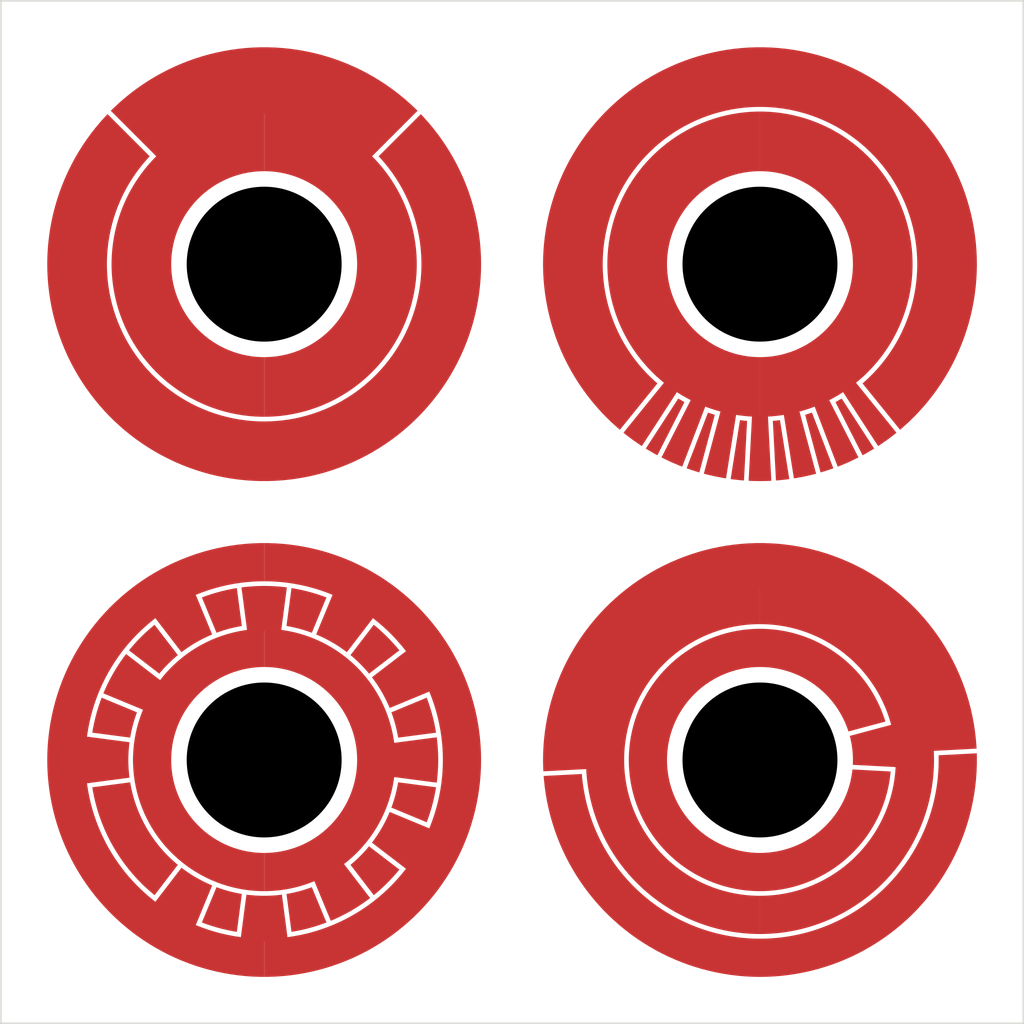
<source format=kicad_pcb>
(kicad_pcb (version 20240108) (generator "pcbnew") (generator_version "8.0")
  (layers (0 "F.Cu" signal) (31 "B.Cu" signal) (34 "B.Paste" user) (35 "F.Paste" user) (36 "B.SilkS" user "B.Silkscreen") (37 "F.SilkS" user "F.Silkscreen") (38 "B.Mask" user) (39 "F.Mask" user) (44 "Edge.Cuts" user))
  (net 0 "")
  (footprint "date clock encoders:day" (layer "F.Cu") (at 82.5 53.5)
    (property "Reference" "P4" (hide yes))
    (property "Value" "day")
    (fp_poly (pts (arc (start 2.995889 0.157008) (mid 2.983566 -0.313585) (end 2.897777 -0.776457)) (arc (start 4.306419 -1.153902) (mid 4.43391 -0.466023) (end 4.452223 0.233331))) (fill solid) (layer "F.Cu"))
    (fp_poly (pts (arc (start 0 -4.383333) (mid -4.383333 0) (end 0 4.383333)) (arc (start 0 5.616667) (mid -5.616667 0) (end 0 -5.616667))) (fill solid) (layer "F.Cu"))
    (fp_poly (pts (arc (start 0 4.383333) (mid 4.383333 0) (end 0 -4.383333)) (arc (start 0 -5.616667) (mid 5.616667 0) (end 0 5.616667))) (fill solid) (layer "F.Cu"))
    (fp_poly (pts (arc (start -5.748969 0.451446) (mid 0.301804 5.758764) (end 5.764664 -0.151958)) (arc (start 6.996651 -0.216508) (mid 0.366352 6.990407) (end -6.980954 0.516028))) (fill solid) (layer "F.Cu"))
    (fp_poly (pts (arc (start 5.534072 -0.290028) (mid -0.290028 -5.534072) (end -5.534072 0.290028)) (arc (start -6.990407 0.366352) (mid -0.366352 -6.990407) (end 6.990407 -0.366352))) (fill solid) (layer "F.Cu"))
    (fp_poly (pts (arc (start 2.855388 -0.920196) (mid -2.983566 0.313585) (end 2.98431 0.30642)) (arc (start 4.217035 0.371117) (mid -4.210143 0.442504) (end 4.047723 -1.239778))) (fill solid) (layer "F.Cu"))
    (pad "" np_thru_hole circle (at 0 0) (size 15 15) (drill 5) (layers "*.Mask"))
  )
  (footprint "date clock encoders:month" (layer "F.Cu") (at 66.5 53.5)
    (property "Reference" "P2" (hide yes))
    (property "Value" "month")
    (fp_poly (pts (arc (start -4.104672 -1.537947) (mid -4.233975 -1.13449) (end -4.323723 -0.720435)) (arc (start -5.547059 -0.881525) (mid -5.425283 -1.4537) (end -5.244656 -2.010107))) (fill solid) (layer "F.Cu"))
    (fp_poly (pts (arc (start -2.785777 -3.384237) (mid -3.099485 -3.099485) (end -3.384237 -2.785777)) (arc (start -4.363131 -3.536952) (mid -3.971583 -3.971583) (end -3.536952 -4.363131))) (fill solid) (layer "F.Cu"))
    (fp_poly (pts (arc (start -1.537947 4.104672) (mid -1.13449 4.233975) (end -0.720435 4.323723)) (arc (start -0.881525 5.547059) (mid -1.4537 5.425283) (end -2.010107 5.244656))) (fill solid) (layer "F.Cu"))
    (fp_poly (pts (arc (start -0.720435 -4.323723) (mid -1.13449 -4.233975) (end -1.537947 -4.104672)) (arc (start -2.010107 -5.244656) (mid -1.4537 -5.425283) (end -0.881525 -5.547059))) (fill solid) (layer "F.Cu"))
    (fp_poly (pts (arc (start 0.720435 4.323723) (mid 1.13449 4.233975) (end 1.537947 4.104672)) (arc (start 2.010107 5.244656) (mid 1.4537 5.425283) (end 0.881525 5.547059))) (fill solid) (layer "F.Cu"))
    (fp_poly (pts (arc (start 1.537947 -4.104672) (mid 1.13449 -4.233975) (end 0.720435 -4.323723)) (arc (start 0.881525 -5.547059) (mid 1.4537 -5.425283) (end 2.010107 -5.244656))) (fill solid) (layer "F.Cu"))
    (fp_poly (pts (arc (start 2.785777 3.384237) (mid 3.099485 3.099485) (end 3.384237 2.785777)) (arc (start 4.363131 3.536952) (mid 3.971583 3.971583) (end 3.536952 4.363131))) (fill solid) (layer "F.Cu"))
    (fp_poly (pts (arc (start 3.384237 -2.785777) (mid 3.099485 -3.099485) (end 2.785777 -3.384237)) (arc (start 3.536952 -4.363131) (mid 3.971583 -3.971583) (end 4.363131 -3.536952))) (fill solid) (layer "F.Cu"))
    (fp_poly (pts (arc (start 4.104672 1.537947) (mid 4.233975 1.13449) (end 4.323723 0.720435)) (arc (start 5.547059 0.881525) (mid 5.425283 1.4537) (end 5.244656 2.010107))) (fill solid) (layer "F.Cu"))
    (fp_poly (pts (arc (start 4.323723 -0.720435) (mid 4.233975 -1.13449) (end 4.104672 -1.537947)) (arc (start 5.244656 -2.010107) (mid 5.425283 -1.4537) (end 5.547059 -0.881525))) (fill solid) (layer "F.Cu"))
    (fp_poly (pts (arc (start -4.345833 -0.57214) (mid -4.383333 0) (end -4.345833 0.57214)) (arc (start -5.79169 0.762491) (mid -5.841667 0) (end -5.79169 -0.762491))) (fill solid) (layer "F.Cu"))
    (fp_poly (pts (arc (start -3.299028 -2.531433) (mid -3.601222 -2.079167) (end -3.841799 -1.591325)) (arc (start -5.189123 -2.149405) (mid -4.864176 -2.808333) (end -4.456001 -3.41921))) (fill solid) (layer "F.Cu"))
    (fp_poly (pts (arc (start -2.668404 3.477532) (mid -2.191667 3.796078) (end -1.677429 4.049672)) (arc (start -2.235509 5.396996) (mid -2.920833 5.059032) (end -3.556181 4.634506))) (fill solid) (layer "F.Cu"))
    (fp_poly (pts (arc (start -1.677429 -4.049672) (mid -2.191667 -3.796078) (end -2.668404 -3.477532)) (arc (start -3.556181 -4.634506) (mid -2.920833 -5.059032) (end -2.235509 -5.396996))) (fill solid) (layer "F.Cu"))
    (fp_poly (pts (arc (start -0.57214 4.345833) (mid 0 4.383333) (end 0.57214 4.345833)) (arc (start 0.762491 5.79169) (mid 0 5.841667) (end -0.762491 5.79169))) (fill solid) (layer "F.Cu"))
    (fp_poly (pts (arc (start 0.542771 -4.122758) (mid 0 -4.158333) (end -0.542771 -4.122758)) (arc (start -0.733122 -5.568615) (mid 0 -5.616667) (end 0.733122 -5.568615))) (fill solid) (layer "F.Cu"))
    (fp_poly (pts (arc (start 1.591325 3.841799) (mid 2.079167 3.601222) (end 2.531433 3.299028)) (arc (start 3.41921 4.456001) (mid 2.808333 4.864176) (end 2.149405 5.189123))) (fill solid) (layer "F.Cu"))
    (fp_poly (pts (arc (start 2.668404 -3.477532) (mid 2.191667 -3.796078) (end 1.677429 -4.049672)) (arc (start 2.235509 -5.396996) (mid 2.920833 -5.059032) (end 3.556181 -4.634506))) (fill solid) (layer "F.Cu"))
    (fp_poly (pts (arc (start 3.477532 2.668404) (mid 3.796078 2.191667) (end 4.049672 1.677429)) (arc (start 5.396996 2.235509) (mid 5.059032 2.920833) (end 4.634506 3.556181))) (fill solid) (layer "F.Cu"))
    (fp_poly (pts (arc (start 4.049672 -1.677429) (mid 3.796078 -2.191667) (end 3.477532 -2.668404)) (arc (start 4.634506 -3.556181) (mid 5.059032 -2.920833) (end 5.396996 -2.235509))) (fill solid) (layer "F.Cu"))
    (fp_poly (pts (arc (start 4.122758 0.542771) (mid 4.158333 0) (end 4.122758 -0.542771)) (arc (start 5.568615 -0.733122) (mid 5.616667 0) (end 5.568615 0.733122))) (fill solid) (layer "F.Cu"))
    (fp_poly (pts (arc (start -4.323723 0.720435) (mid -3.796078 2.191667) (end -2.785777 3.384237)) (arc (start -3.536952 4.363131) (mid -4.864176 2.808333) (end -5.547059 0.881525))) (fill solid) (layer "F.Cu"))
    (fp_poly (pts (arc (start 0 -3) (mid -3 0) (end 0 3)) (arc (start 0 4.233333) (mid -4.233333 0) (end 0 -4.233333))) (fill solid) (layer "F.Cu"))
    (fp_poly (pts (arc (start 0 3) (mid 3 0) (end 0 -3)) (arc (start 0 -4.233333) (mid 4.233333 0) (end 0 4.233333))) (fill solid) (layer "F.Cu"))
    (fp_poly (pts (arc (start 0 -5.766667) (mid -5.766667 0) (end 0 5.766667)) (arc (start 0 7) (mid -7 0) (end 0 -7))) (fill solid) (layer "F.Cu"))
    (fp_poly (pts (arc (start 0 5.766667) (mid 5.766667 0) (end 0 -5.766667)) (arc (start 0 -7) (mid 7 0) (end 0 7))) (fill solid) (layer "F.Cu"))
    (pad "" np_thru_hole circle (at 0 0) (size 15 15) (drill 5) (layers "*.Mask"))
  )
  (footprint "date clock encoders:year" (layer "F.Cu") (at 66.5 37.5)
    (property "Reference" "P1" (hide yes))
    (property "Value" "year")
    (fp_poly (pts (arc (start 3.429468 -3.429468) (mid 0 -4.85) (end -3.429468 -3.429468)) (arc (start -4.949747 -4.949747) (mid 0 -7) (end 4.949747 -4.949747))) (fill solid) (layer "F.Cu"))
    (fp_poly (pts (arc (start 0 -3) (mid -3 0) (end 0 3)) (arc (start 0 4.925) (mid -4.925 0) (end 0 -4.925))) (fill solid) (layer "F.Cu"))
    (fp_poly (pts (arc (start 0 3) (mid 3 0) (end 0 -3)) (arc (start 0 -4.925) (mid 4.925 0) (end 0 4.925))) (fill solid) (layer "F.Cu"))
    (fp_poly (pts (arc (start -3.69302 -3.480981) (mid 0 5.075) (end 3.69302 -3.480981)) (arc (start 5.054653 -4.84257) (mid 0 7) (end -5.054653 -4.84257))) (fill solid) (layer "F.Cu"))
    (pad "" np_thru_hole circle (at 0 0) (size 15 15) (drill 5) (layers "*.Mask"))
  )
  (footprint "date clock encoders:week" (layer "F.Cu") (at 82.5 37.5)
    (property "Reference" "P3" (hide yes))
    (property "Value" "week")
    (fp_poly (pts (xy -2.637091 4.336055) (xy -2.436589 4.451815) (arc (start -3.310824 6.167531) (mid -3.5 6.062178) (end -3.685827 5.951024))) (fill solid) (layer "F.Cu"))
    (fp_poly (pts (xy -1.677948 4.789584) (xy -1.457759 4.861128) (arc (start -1.956173 6.721115) (mid -2.163119 6.657396) (end -2.367995 6.587306))) (fill solid) (layer "F.Cu"))
    (fp_poly (pts (xy -0.64547 5.033785) (xy -0.415218 5.057986) (arc (start -0.516028 6.980954) (mid -0.731699 6.961653) (end -0.946671 6.935691))) (fill solid) (layer "F.Cu"))
    (fp_poly (pts (xy 0.415218 5.057986) (xy 0.64547 5.033785) (arc (start 0.946671 6.935691) (mid 0.731699 6.961653) (end 0.516028 6.980954))) (fill solid) (layer "F.Cu"))
    (fp_poly (pts (xy 1.457759 4.861128) (xy 1.677948 4.789584) (arc (start 2.367995 6.587306) (mid 2.163119 6.657396) (end 1.956173 6.721115))) (fill solid) (layer "F.Cu"))
    (fp_poly (pts (xy 2.436589 4.451815) (xy 2.637091 4.336055) (arc (start 3.685827 5.951024) (mid 3.5 6.062178) (end 3.310824 6.167531))) (fill solid) (layer "F.Cu"))
    (fp_poly (pts (arc (start -3.052204 3.769158) (mid -2.850758 3.923732) (end -2.641499 4.067552)) (arc (start -3.812473 5.870694) (mid -4.114497 5.663119) (end -4.405243 5.440022))) (fill solid) (layer "F.Cu"))
    (fp_poly (pts (arc (start -2.201854 4.321382) (mid -1.972673 4.430695) (end -1.738085 4.527865)) (arc (start -2.508576 6.535063) (mid -2.847157 6.394818) (end -3.177933 6.237046))) (fill solid) (layer "F.Cu"))
    (fp_poly (pts (arc (start -1.255272 4.68474) (mid -1.008372 4.744016) (end -0.758707 4.790288)) (arc (start -1.095041 6.913818) (mid -1.455382 6.847033) (end -1.811733 6.761481))) (fill solid) (layer "F.Cu"))
    (fp_poly (pts (arc (start -0.253829 4.843353) (mid 0 4.85) (end 0.253829 4.843353)) (arc (start 0.366352 6.990407) (mid 0 7) (end -0.366352 6.990407))) (fill solid) (layer "F.Cu"))
    (fp_poly (pts (arc (start 0.758707 4.790288) (mid 1.008372 4.744016) (end 1.255272 4.68474)) (arc (start 1.811733 6.761481) (mid 1.455382 6.847033) (end 1.095041 6.913818))) (fill solid) (layer "F.Cu"))
    (fp_poly (pts (arc (start 1.738085 4.527865) (mid 1.972673 4.430695) (end 2.201854 4.321382)) (arc (start 3.177933 6.237046) (mid 2.847157 6.394818) (end 2.508576 6.535063))) (fill solid) (layer "F.Cu"))
    (fp_poly (pts (arc (start 2.641499 4.067552) (mid 2.850758 3.923732) (end 3.052204 3.769158)) (arc (start 4.405243 5.440022) (mid 4.114497 5.663119) (end 3.812473 5.870694))) (fill solid) (layer "F.Cu"))
    (fp_poly (pts (arc (start 0 -3) (mid -3 0) (end 0 3)) (arc (start 0 4.925) (mid -4.925 0) (end 0 -4.925))) (fill solid) (layer "F.Cu"))
    (fp_poly (pts (arc (start 0 3) (mid 3 0) (end 0 -3)) (arc (start 0 -4.925) (mid 4.925 0) (end 0 4.925))) (fill solid) (layer "F.Cu"))
    (fp_poly (pts (arc (start 3.308928 3.847937) (mid 0 -5.075) (end -3.308928 3.847937)) (arc (start -4.520777 5.344397) (mid 0 -7) (end 4.520777 5.344397))) (fill solid) (layer "F.Cu"))
    (pad "" np_thru_hole circle (at 0 0) (size 15 15) (drill 5) (layers "*.Mask"))
  )
  (gr_rect (start 58 29) (end 91 62) (stroke (width 0.05)) (fill none) (layer "Edge.Cuts"))
)
</source>
